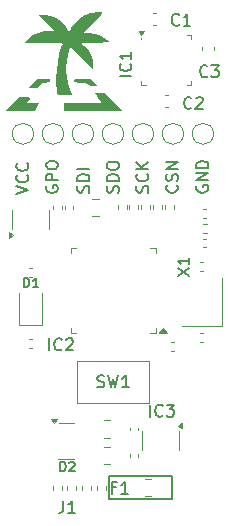
<source format=gbr>
%TF.GenerationSoftware,KiCad,Pcbnew,9.0.0+1*%
%TF.CreationDate,2025-04-22T18:14:47+02:00*%
%TF.ProjectId,ts13_dev_kit,74733133-5f64-4657-965f-6b69742e6b69,rev?*%
%TF.SameCoordinates,Original*%
%TF.FileFunction,Legend,Top*%
%TF.FilePolarity,Positive*%
%FSLAX46Y46*%
G04 Gerber Fmt 4.6, Leading zero omitted, Abs format (unit mm)*
G04 Created by KiCad (PCBNEW 9.0.0+1) date 2025-04-22 18:14:47*
%MOMM*%
%LPD*%
G01*
G04 APERTURE LIST*
%ADD10C,0.150000*%
%ADD11C,0.120000*%
%ADD12C,0.000000*%
G04 APERTURE END LIST*
D10*
X129609485Y-90208019D02*
X135016138Y-90208019D01*
X135016138Y-92201365D01*
X129609485Y-92201365D01*
X129609485Y-90208019D01*
X130422200Y-66220839D02*
X130469819Y-66077982D01*
X130469819Y-66077982D02*
X130469819Y-65839887D01*
X130469819Y-65839887D02*
X130422200Y-65744649D01*
X130422200Y-65744649D02*
X130374580Y-65697030D01*
X130374580Y-65697030D02*
X130279342Y-65649411D01*
X130279342Y-65649411D02*
X130184104Y-65649411D01*
X130184104Y-65649411D02*
X130088866Y-65697030D01*
X130088866Y-65697030D02*
X130041247Y-65744649D01*
X130041247Y-65744649D02*
X129993628Y-65839887D01*
X129993628Y-65839887D02*
X129946009Y-66030363D01*
X129946009Y-66030363D02*
X129898390Y-66125601D01*
X129898390Y-66125601D02*
X129850771Y-66173220D01*
X129850771Y-66173220D02*
X129755533Y-66220839D01*
X129755533Y-66220839D02*
X129660295Y-66220839D01*
X129660295Y-66220839D02*
X129565057Y-66173220D01*
X129565057Y-66173220D02*
X129517438Y-66125601D01*
X129517438Y-66125601D02*
X129469819Y-66030363D01*
X129469819Y-66030363D02*
X129469819Y-65792268D01*
X129469819Y-65792268D02*
X129517438Y-65649411D01*
X130469819Y-65220839D02*
X129469819Y-65220839D01*
X129469819Y-65220839D02*
X129469819Y-64982744D01*
X129469819Y-64982744D02*
X129517438Y-64839887D01*
X129517438Y-64839887D02*
X129612676Y-64744649D01*
X129612676Y-64744649D02*
X129707914Y-64697030D01*
X129707914Y-64697030D02*
X129898390Y-64649411D01*
X129898390Y-64649411D02*
X130041247Y-64649411D01*
X130041247Y-64649411D02*
X130231723Y-64697030D01*
X130231723Y-64697030D02*
X130326961Y-64744649D01*
X130326961Y-64744649D02*
X130422200Y-64839887D01*
X130422200Y-64839887D02*
X130469819Y-64982744D01*
X130469819Y-64982744D02*
X130469819Y-65220839D01*
X129469819Y-64030363D02*
X129469819Y-63839887D01*
X129469819Y-63839887D02*
X129517438Y-63744649D01*
X129517438Y-63744649D02*
X129612676Y-63649411D01*
X129612676Y-63649411D02*
X129803152Y-63601792D01*
X129803152Y-63601792D02*
X130136485Y-63601792D01*
X130136485Y-63601792D02*
X130326961Y-63649411D01*
X130326961Y-63649411D02*
X130422200Y-63744649D01*
X130422200Y-63744649D02*
X130469819Y-63839887D01*
X130469819Y-63839887D02*
X130469819Y-64030363D01*
X130469819Y-64030363D02*
X130422200Y-64125601D01*
X130422200Y-64125601D02*
X130326961Y-64220839D01*
X130326961Y-64220839D02*
X130136485Y-64268458D01*
X130136485Y-64268458D02*
X129803152Y-64268458D01*
X129803152Y-64268458D02*
X129612676Y-64220839D01*
X129612676Y-64220839D02*
X129517438Y-64125601D01*
X129517438Y-64125601D02*
X129469819Y-64030363D01*
X121814819Y-66316077D02*
X122814819Y-65982744D01*
X122814819Y-65982744D02*
X121814819Y-65649411D01*
X122719580Y-64744649D02*
X122767200Y-64792268D01*
X122767200Y-64792268D02*
X122814819Y-64935125D01*
X122814819Y-64935125D02*
X122814819Y-65030363D01*
X122814819Y-65030363D02*
X122767200Y-65173220D01*
X122767200Y-65173220D02*
X122671961Y-65268458D01*
X122671961Y-65268458D02*
X122576723Y-65316077D01*
X122576723Y-65316077D02*
X122386247Y-65363696D01*
X122386247Y-65363696D02*
X122243390Y-65363696D01*
X122243390Y-65363696D02*
X122052914Y-65316077D01*
X122052914Y-65316077D02*
X121957676Y-65268458D01*
X121957676Y-65268458D02*
X121862438Y-65173220D01*
X121862438Y-65173220D02*
X121814819Y-65030363D01*
X121814819Y-65030363D02*
X121814819Y-64935125D01*
X121814819Y-64935125D02*
X121862438Y-64792268D01*
X121862438Y-64792268D02*
X121910057Y-64744649D01*
X122719580Y-63744649D02*
X122767200Y-63792268D01*
X122767200Y-63792268D02*
X122814819Y-63935125D01*
X122814819Y-63935125D02*
X122814819Y-64030363D01*
X122814819Y-64030363D02*
X122767200Y-64173220D01*
X122767200Y-64173220D02*
X122671961Y-64268458D01*
X122671961Y-64268458D02*
X122576723Y-64316077D01*
X122576723Y-64316077D02*
X122386247Y-64363696D01*
X122386247Y-64363696D02*
X122243390Y-64363696D01*
X122243390Y-64363696D02*
X122052914Y-64316077D01*
X122052914Y-64316077D02*
X121957676Y-64268458D01*
X121957676Y-64268458D02*
X121862438Y-64173220D01*
X121862438Y-64173220D02*
X121814819Y-64030363D01*
X121814819Y-64030363D02*
X121814819Y-63935125D01*
X121814819Y-63935125D02*
X121862438Y-63792268D01*
X121862438Y-63792268D02*
X121910057Y-63744649D01*
X124377438Y-65669411D02*
X124329819Y-65764649D01*
X124329819Y-65764649D02*
X124329819Y-65907506D01*
X124329819Y-65907506D02*
X124377438Y-66050363D01*
X124377438Y-66050363D02*
X124472676Y-66145601D01*
X124472676Y-66145601D02*
X124567914Y-66193220D01*
X124567914Y-66193220D02*
X124758390Y-66240839D01*
X124758390Y-66240839D02*
X124901247Y-66240839D01*
X124901247Y-66240839D02*
X125091723Y-66193220D01*
X125091723Y-66193220D02*
X125186961Y-66145601D01*
X125186961Y-66145601D02*
X125282200Y-66050363D01*
X125282200Y-66050363D02*
X125329819Y-65907506D01*
X125329819Y-65907506D02*
X125329819Y-65812268D01*
X125329819Y-65812268D02*
X125282200Y-65669411D01*
X125282200Y-65669411D02*
X125234580Y-65621792D01*
X125234580Y-65621792D02*
X124901247Y-65621792D01*
X124901247Y-65621792D02*
X124901247Y-65812268D01*
X125329819Y-65193220D02*
X124329819Y-65193220D01*
X124329819Y-65193220D02*
X124329819Y-64812268D01*
X124329819Y-64812268D02*
X124377438Y-64717030D01*
X124377438Y-64717030D02*
X124425057Y-64669411D01*
X124425057Y-64669411D02*
X124520295Y-64621792D01*
X124520295Y-64621792D02*
X124663152Y-64621792D01*
X124663152Y-64621792D02*
X124758390Y-64669411D01*
X124758390Y-64669411D02*
X124806009Y-64717030D01*
X124806009Y-64717030D02*
X124853628Y-64812268D01*
X124853628Y-64812268D02*
X124853628Y-65193220D01*
X124329819Y-64002744D02*
X124329819Y-63812268D01*
X124329819Y-63812268D02*
X124377438Y-63717030D01*
X124377438Y-63717030D02*
X124472676Y-63621792D01*
X124472676Y-63621792D02*
X124663152Y-63574173D01*
X124663152Y-63574173D02*
X124996485Y-63574173D01*
X124996485Y-63574173D02*
X125186961Y-63621792D01*
X125186961Y-63621792D02*
X125282200Y-63717030D01*
X125282200Y-63717030D02*
X125329819Y-63812268D01*
X125329819Y-63812268D02*
X125329819Y-64002744D01*
X125329819Y-64002744D02*
X125282200Y-64097982D01*
X125282200Y-64097982D02*
X125186961Y-64193220D01*
X125186961Y-64193220D02*
X124996485Y-64240839D01*
X124996485Y-64240839D02*
X124663152Y-64240839D01*
X124663152Y-64240839D02*
X124472676Y-64193220D01*
X124472676Y-64193220D02*
X124377438Y-64097982D01*
X124377438Y-64097982D02*
X124329819Y-64002744D01*
X135374580Y-65601792D02*
X135422200Y-65649411D01*
X135422200Y-65649411D02*
X135469819Y-65792268D01*
X135469819Y-65792268D02*
X135469819Y-65887506D01*
X135469819Y-65887506D02*
X135422200Y-66030363D01*
X135422200Y-66030363D02*
X135326961Y-66125601D01*
X135326961Y-66125601D02*
X135231723Y-66173220D01*
X135231723Y-66173220D02*
X135041247Y-66220839D01*
X135041247Y-66220839D02*
X134898390Y-66220839D01*
X134898390Y-66220839D02*
X134707914Y-66173220D01*
X134707914Y-66173220D02*
X134612676Y-66125601D01*
X134612676Y-66125601D02*
X134517438Y-66030363D01*
X134517438Y-66030363D02*
X134469819Y-65887506D01*
X134469819Y-65887506D02*
X134469819Y-65792268D01*
X134469819Y-65792268D02*
X134517438Y-65649411D01*
X134517438Y-65649411D02*
X134565057Y-65601792D01*
X135422200Y-65220839D02*
X135469819Y-65077982D01*
X135469819Y-65077982D02*
X135469819Y-64839887D01*
X135469819Y-64839887D02*
X135422200Y-64744649D01*
X135422200Y-64744649D02*
X135374580Y-64697030D01*
X135374580Y-64697030D02*
X135279342Y-64649411D01*
X135279342Y-64649411D02*
X135184104Y-64649411D01*
X135184104Y-64649411D02*
X135088866Y-64697030D01*
X135088866Y-64697030D02*
X135041247Y-64744649D01*
X135041247Y-64744649D02*
X134993628Y-64839887D01*
X134993628Y-64839887D02*
X134946009Y-65030363D01*
X134946009Y-65030363D02*
X134898390Y-65125601D01*
X134898390Y-65125601D02*
X134850771Y-65173220D01*
X134850771Y-65173220D02*
X134755533Y-65220839D01*
X134755533Y-65220839D02*
X134660295Y-65220839D01*
X134660295Y-65220839D02*
X134565057Y-65173220D01*
X134565057Y-65173220D02*
X134517438Y-65125601D01*
X134517438Y-65125601D02*
X134469819Y-65030363D01*
X134469819Y-65030363D02*
X134469819Y-64792268D01*
X134469819Y-64792268D02*
X134517438Y-64649411D01*
X135469819Y-64220839D02*
X134469819Y-64220839D01*
X134469819Y-64220839D02*
X135469819Y-63649411D01*
X135469819Y-63649411D02*
X134469819Y-63649411D01*
X132922200Y-66220839D02*
X132969819Y-66077982D01*
X132969819Y-66077982D02*
X132969819Y-65839887D01*
X132969819Y-65839887D02*
X132922200Y-65744649D01*
X132922200Y-65744649D02*
X132874580Y-65697030D01*
X132874580Y-65697030D02*
X132779342Y-65649411D01*
X132779342Y-65649411D02*
X132684104Y-65649411D01*
X132684104Y-65649411D02*
X132588866Y-65697030D01*
X132588866Y-65697030D02*
X132541247Y-65744649D01*
X132541247Y-65744649D02*
X132493628Y-65839887D01*
X132493628Y-65839887D02*
X132446009Y-66030363D01*
X132446009Y-66030363D02*
X132398390Y-66125601D01*
X132398390Y-66125601D02*
X132350771Y-66173220D01*
X132350771Y-66173220D02*
X132255533Y-66220839D01*
X132255533Y-66220839D02*
X132160295Y-66220839D01*
X132160295Y-66220839D02*
X132065057Y-66173220D01*
X132065057Y-66173220D02*
X132017438Y-66125601D01*
X132017438Y-66125601D02*
X131969819Y-66030363D01*
X131969819Y-66030363D02*
X131969819Y-65792268D01*
X131969819Y-65792268D02*
X132017438Y-65649411D01*
X132874580Y-64649411D02*
X132922200Y-64697030D01*
X132922200Y-64697030D02*
X132969819Y-64839887D01*
X132969819Y-64839887D02*
X132969819Y-64935125D01*
X132969819Y-64935125D02*
X132922200Y-65077982D01*
X132922200Y-65077982D02*
X132826961Y-65173220D01*
X132826961Y-65173220D02*
X132731723Y-65220839D01*
X132731723Y-65220839D02*
X132541247Y-65268458D01*
X132541247Y-65268458D02*
X132398390Y-65268458D01*
X132398390Y-65268458D02*
X132207914Y-65220839D01*
X132207914Y-65220839D02*
X132112676Y-65173220D01*
X132112676Y-65173220D02*
X132017438Y-65077982D01*
X132017438Y-65077982D02*
X131969819Y-64935125D01*
X131969819Y-64935125D02*
X131969819Y-64839887D01*
X131969819Y-64839887D02*
X132017438Y-64697030D01*
X132017438Y-64697030D02*
X132065057Y-64649411D01*
X132969819Y-64220839D02*
X131969819Y-64220839D01*
X132969819Y-63649411D02*
X132398390Y-64077982D01*
X131969819Y-63649411D02*
X132541247Y-64220839D01*
X127922200Y-66220839D02*
X127969819Y-66077982D01*
X127969819Y-66077982D02*
X127969819Y-65839887D01*
X127969819Y-65839887D02*
X127922200Y-65744649D01*
X127922200Y-65744649D02*
X127874580Y-65697030D01*
X127874580Y-65697030D02*
X127779342Y-65649411D01*
X127779342Y-65649411D02*
X127684104Y-65649411D01*
X127684104Y-65649411D02*
X127588866Y-65697030D01*
X127588866Y-65697030D02*
X127541247Y-65744649D01*
X127541247Y-65744649D02*
X127493628Y-65839887D01*
X127493628Y-65839887D02*
X127446009Y-66030363D01*
X127446009Y-66030363D02*
X127398390Y-66125601D01*
X127398390Y-66125601D02*
X127350771Y-66173220D01*
X127350771Y-66173220D02*
X127255533Y-66220839D01*
X127255533Y-66220839D02*
X127160295Y-66220839D01*
X127160295Y-66220839D02*
X127065057Y-66173220D01*
X127065057Y-66173220D02*
X127017438Y-66125601D01*
X127017438Y-66125601D02*
X126969819Y-66030363D01*
X126969819Y-66030363D02*
X126969819Y-65792268D01*
X126969819Y-65792268D02*
X127017438Y-65649411D01*
X127969819Y-65220839D02*
X126969819Y-65220839D01*
X126969819Y-65220839D02*
X126969819Y-64982744D01*
X126969819Y-64982744D02*
X127017438Y-64839887D01*
X127017438Y-64839887D02*
X127112676Y-64744649D01*
X127112676Y-64744649D02*
X127207914Y-64697030D01*
X127207914Y-64697030D02*
X127398390Y-64649411D01*
X127398390Y-64649411D02*
X127541247Y-64649411D01*
X127541247Y-64649411D02*
X127731723Y-64697030D01*
X127731723Y-64697030D02*
X127826961Y-64744649D01*
X127826961Y-64744649D02*
X127922200Y-64839887D01*
X127922200Y-64839887D02*
X127969819Y-64982744D01*
X127969819Y-64982744D02*
X127969819Y-65220839D01*
X127969819Y-64220839D02*
X126969819Y-64220839D01*
X137102438Y-65649411D02*
X137054819Y-65744649D01*
X137054819Y-65744649D02*
X137054819Y-65887506D01*
X137054819Y-65887506D02*
X137102438Y-66030363D01*
X137102438Y-66030363D02*
X137197676Y-66125601D01*
X137197676Y-66125601D02*
X137292914Y-66173220D01*
X137292914Y-66173220D02*
X137483390Y-66220839D01*
X137483390Y-66220839D02*
X137626247Y-66220839D01*
X137626247Y-66220839D02*
X137816723Y-66173220D01*
X137816723Y-66173220D02*
X137911961Y-66125601D01*
X137911961Y-66125601D02*
X138007200Y-66030363D01*
X138007200Y-66030363D02*
X138054819Y-65887506D01*
X138054819Y-65887506D02*
X138054819Y-65792268D01*
X138054819Y-65792268D02*
X138007200Y-65649411D01*
X138007200Y-65649411D02*
X137959580Y-65601792D01*
X137959580Y-65601792D02*
X137626247Y-65601792D01*
X137626247Y-65601792D02*
X137626247Y-65792268D01*
X138054819Y-65173220D02*
X137054819Y-65173220D01*
X137054819Y-65173220D02*
X138054819Y-64601792D01*
X138054819Y-64601792D02*
X137054819Y-64601792D01*
X138054819Y-64125601D02*
X137054819Y-64125601D01*
X137054819Y-64125601D02*
X137054819Y-63887506D01*
X137054819Y-63887506D02*
X137102438Y-63744649D01*
X137102438Y-63744649D02*
X137197676Y-63649411D01*
X137197676Y-63649411D02*
X137292914Y-63601792D01*
X137292914Y-63601792D02*
X137483390Y-63554173D01*
X137483390Y-63554173D02*
X137626247Y-63554173D01*
X137626247Y-63554173D02*
X137816723Y-63601792D01*
X137816723Y-63601792D02*
X137911961Y-63649411D01*
X137911961Y-63649411D02*
X138007200Y-63744649D01*
X138007200Y-63744649D02*
X138054819Y-63887506D01*
X138054819Y-63887506D02*
X138054819Y-64125601D01*
X136629808Y-59036594D02*
X136582189Y-59084214D01*
X136582189Y-59084214D02*
X136439332Y-59131833D01*
X136439332Y-59131833D02*
X136344094Y-59131833D01*
X136344094Y-59131833D02*
X136201237Y-59084214D01*
X136201237Y-59084214D02*
X136105999Y-58988975D01*
X136105999Y-58988975D02*
X136058380Y-58893737D01*
X136058380Y-58893737D02*
X136010761Y-58703261D01*
X136010761Y-58703261D02*
X136010761Y-58560404D01*
X136010761Y-58560404D02*
X136058380Y-58369928D01*
X136058380Y-58369928D02*
X136105999Y-58274690D01*
X136105999Y-58274690D02*
X136201237Y-58179452D01*
X136201237Y-58179452D02*
X136344094Y-58131833D01*
X136344094Y-58131833D02*
X136439332Y-58131833D01*
X136439332Y-58131833D02*
X136582189Y-58179452D01*
X136582189Y-58179452D02*
X136629808Y-58227071D01*
X137010761Y-58227071D02*
X137058380Y-58179452D01*
X137058380Y-58179452D02*
X137153618Y-58131833D01*
X137153618Y-58131833D02*
X137391713Y-58131833D01*
X137391713Y-58131833D02*
X137486951Y-58179452D01*
X137486951Y-58179452D02*
X137534570Y-58227071D01*
X137534570Y-58227071D02*
X137582189Y-58322309D01*
X137582189Y-58322309D02*
X137582189Y-58417547D01*
X137582189Y-58417547D02*
X137534570Y-58560404D01*
X137534570Y-58560404D02*
X136963142Y-59131833D01*
X136963142Y-59131833D02*
X137582189Y-59131833D01*
X125786666Y-92314819D02*
X125786666Y-93029104D01*
X125786666Y-93029104D02*
X125739047Y-93171961D01*
X125739047Y-93171961D02*
X125643809Y-93267200D01*
X125643809Y-93267200D02*
X125500952Y-93314819D01*
X125500952Y-93314819D02*
X125405714Y-93314819D01*
X126786666Y-93314819D02*
X126215238Y-93314819D01*
X126500952Y-93314819D02*
X126500952Y-92314819D01*
X126500952Y-92314819D02*
X126405714Y-92457676D01*
X126405714Y-92457676D02*
X126310476Y-92552914D01*
X126310476Y-92552914D02*
X126215238Y-92600533D01*
X133143810Y-85184819D02*
X133143810Y-84184819D01*
X134191428Y-85089580D02*
X134143809Y-85137200D01*
X134143809Y-85137200D02*
X134000952Y-85184819D01*
X134000952Y-85184819D02*
X133905714Y-85184819D01*
X133905714Y-85184819D02*
X133762857Y-85137200D01*
X133762857Y-85137200D02*
X133667619Y-85041961D01*
X133667619Y-85041961D02*
X133620000Y-84946723D01*
X133620000Y-84946723D02*
X133572381Y-84756247D01*
X133572381Y-84756247D02*
X133572381Y-84613390D01*
X133572381Y-84613390D02*
X133620000Y-84422914D01*
X133620000Y-84422914D02*
X133667619Y-84327676D01*
X133667619Y-84327676D02*
X133762857Y-84232438D01*
X133762857Y-84232438D02*
X133905714Y-84184819D01*
X133905714Y-84184819D02*
X134000952Y-84184819D01*
X134000952Y-84184819D02*
X134143809Y-84232438D01*
X134143809Y-84232438D02*
X134191428Y-84280057D01*
X134524762Y-84184819D02*
X135143809Y-84184819D01*
X135143809Y-84184819D02*
X134810476Y-84565771D01*
X134810476Y-84565771D02*
X134953333Y-84565771D01*
X134953333Y-84565771D02*
X135048571Y-84613390D01*
X135048571Y-84613390D02*
X135096190Y-84661009D01*
X135096190Y-84661009D02*
X135143809Y-84756247D01*
X135143809Y-84756247D02*
X135143809Y-84994342D01*
X135143809Y-84994342D02*
X135096190Y-85089580D01*
X135096190Y-85089580D02*
X135048571Y-85137200D01*
X135048571Y-85137200D02*
X134953333Y-85184819D01*
X134953333Y-85184819D02*
X134667619Y-85184819D01*
X134667619Y-85184819D02*
X134572381Y-85137200D01*
X134572381Y-85137200D02*
X134524762Y-85089580D01*
X128666667Y-82657200D02*
X128809524Y-82704819D01*
X128809524Y-82704819D02*
X129047619Y-82704819D01*
X129047619Y-82704819D02*
X129142857Y-82657200D01*
X129142857Y-82657200D02*
X129190476Y-82609580D01*
X129190476Y-82609580D02*
X129238095Y-82514342D01*
X129238095Y-82514342D02*
X129238095Y-82419104D01*
X129238095Y-82419104D02*
X129190476Y-82323866D01*
X129190476Y-82323866D02*
X129142857Y-82276247D01*
X129142857Y-82276247D02*
X129047619Y-82228628D01*
X129047619Y-82228628D02*
X128857143Y-82181009D01*
X128857143Y-82181009D02*
X128761905Y-82133390D01*
X128761905Y-82133390D02*
X128714286Y-82085771D01*
X128714286Y-82085771D02*
X128666667Y-81990533D01*
X128666667Y-81990533D02*
X128666667Y-81895295D01*
X128666667Y-81895295D02*
X128714286Y-81800057D01*
X128714286Y-81800057D02*
X128761905Y-81752438D01*
X128761905Y-81752438D02*
X128857143Y-81704819D01*
X128857143Y-81704819D02*
X129095238Y-81704819D01*
X129095238Y-81704819D02*
X129238095Y-81752438D01*
X129571429Y-81704819D02*
X129809524Y-82704819D01*
X129809524Y-82704819D02*
X130000000Y-81990533D01*
X130000000Y-81990533D02*
X130190476Y-82704819D01*
X130190476Y-82704819D02*
X130428572Y-81704819D01*
X131333333Y-82704819D02*
X130761905Y-82704819D01*
X131047619Y-82704819D02*
X131047619Y-81704819D01*
X131047619Y-81704819D02*
X130952381Y-81847676D01*
X130952381Y-81847676D02*
X130857143Y-81942914D01*
X130857143Y-81942914D02*
X130761905Y-81990533D01*
X131544819Y-56346189D02*
X130544819Y-56346189D01*
X131449580Y-55298571D02*
X131497200Y-55346190D01*
X131497200Y-55346190D02*
X131544819Y-55489047D01*
X131544819Y-55489047D02*
X131544819Y-55584285D01*
X131544819Y-55584285D02*
X131497200Y-55727142D01*
X131497200Y-55727142D02*
X131401961Y-55822380D01*
X131401961Y-55822380D02*
X131306723Y-55869999D01*
X131306723Y-55869999D02*
X131116247Y-55917618D01*
X131116247Y-55917618D02*
X130973390Y-55917618D01*
X130973390Y-55917618D02*
X130782914Y-55869999D01*
X130782914Y-55869999D02*
X130687676Y-55822380D01*
X130687676Y-55822380D02*
X130592438Y-55727142D01*
X130592438Y-55727142D02*
X130544819Y-55584285D01*
X130544819Y-55584285D02*
X130544819Y-55489047D01*
X130544819Y-55489047D02*
X130592438Y-55346190D01*
X130592438Y-55346190D02*
X130640057Y-55298571D01*
X131544819Y-54346190D02*
X131544819Y-54917618D01*
X131544819Y-54631904D02*
X130544819Y-54631904D01*
X130544819Y-54631904D02*
X130687676Y-54727142D01*
X130687676Y-54727142D02*
X130782914Y-54822380D01*
X130782914Y-54822380D02*
X130830533Y-54917618D01*
X135454819Y-73309523D02*
X136454819Y-72642857D01*
X135454819Y-72642857D02*
X136454819Y-73309523D01*
X136454819Y-71738095D02*
X136454819Y-72309523D01*
X136454819Y-72023809D02*
X135454819Y-72023809D01*
X135454819Y-72023809D02*
X135597676Y-72119047D01*
X135597676Y-72119047D02*
X135692914Y-72214285D01*
X135692914Y-72214285D02*
X135740533Y-72309523D01*
X122441298Y-74239170D02*
X122441298Y-73439170D01*
X122441298Y-73439170D02*
X122631774Y-73439170D01*
X122631774Y-73439170D02*
X122746060Y-73477265D01*
X122746060Y-73477265D02*
X122822250Y-73553455D01*
X122822250Y-73553455D02*
X122860345Y-73629646D01*
X122860345Y-73629646D02*
X122898441Y-73782027D01*
X122898441Y-73782027D02*
X122898441Y-73896313D01*
X122898441Y-73896313D02*
X122860345Y-74048694D01*
X122860345Y-74048694D02*
X122822250Y-74124884D01*
X122822250Y-74124884D02*
X122746060Y-74201075D01*
X122746060Y-74201075D02*
X122631774Y-74239170D01*
X122631774Y-74239170D02*
X122441298Y-74239170D01*
X123660345Y-74239170D02*
X123203202Y-74239170D01*
X123431774Y-74239170D02*
X123431774Y-73439170D01*
X123431774Y-73439170D02*
X123355583Y-73553455D01*
X123355583Y-73553455D02*
X123279393Y-73629646D01*
X123279393Y-73629646D02*
X123203202Y-73667741D01*
X135582923Y-51991346D02*
X135535304Y-52038966D01*
X135535304Y-52038966D02*
X135392447Y-52086585D01*
X135392447Y-52086585D02*
X135297209Y-52086585D01*
X135297209Y-52086585D02*
X135154352Y-52038966D01*
X135154352Y-52038966D02*
X135059114Y-51943727D01*
X135059114Y-51943727D02*
X135011495Y-51848489D01*
X135011495Y-51848489D02*
X134963876Y-51658013D01*
X134963876Y-51658013D02*
X134963876Y-51515156D01*
X134963876Y-51515156D02*
X135011495Y-51324680D01*
X135011495Y-51324680D02*
X135059114Y-51229442D01*
X135059114Y-51229442D02*
X135154352Y-51134204D01*
X135154352Y-51134204D02*
X135297209Y-51086585D01*
X135297209Y-51086585D02*
X135392447Y-51086585D01*
X135392447Y-51086585D02*
X135535304Y-51134204D01*
X135535304Y-51134204D02*
X135582923Y-51181823D01*
X136535304Y-52086585D02*
X135963876Y-52086585D01*
X136249590Y-52086585D02*
X136249590Y-51086585D01*
X136249590Y-51086585D02*
X136154352Y-51229442D01*
X136154352Y-51229442D02*
X136059114Y-51324680D01*
X136059114Y-51324680D02*
X135963876Y-51372299D01*
X137973780Y-56348648D02*
X137926161Y-56396268D01*
X137926161Y-56396268D02*
X137783304Y-56443887D01*
X137783304Y-56443887D02*
X137688066Y-56443887D01*
X137688066Y-56443887D02*
X137545209Y-56396268D01*
X137545209Y-56396268D02*
X137449971Y-56301029D01*
X137449971Y-56301029D02*
X137402352Y-56205791D01*
X137402352Y-56205791D02*
X137354733Y-56015315D01*
X137354733Y-56015315D02*
X137354733Y-55872458D01*
X137354733Y-55872458D02*
X137402352Y-55681982D01*
X137402352Y-55681982D02*
X137449971Y-55586744D01*
X137449971Y-55586744D02*
X137545209Y-55491506D01*
X137545209Y-55491506D02*
X137688066Y-55443887D01*
X137688066Y-55443887D02*
X137783304Y-55443887D01*
X137783304Y-55443887D02*
X137926161Y-55491506D01*
X137926161Y-55491506D02*
X137973780Y-55539125D01*
X138307114Y-55443887D02*
X138926161Y-55443887D01*
X138926161Y-55443887D02*
X138592828Y-55824839D01*
X138592828Y-55824839D02*
X138735685Y-55824839D01*
X138735685Y-55824839D02*
X138830923Y-55872458D01*
X138830923Y-55872458D02*
X138878542Y-55920077D01*
X138878542Y-55920077D02*
X138926161Y-56015315D01*
X138926161Y-56015315D02*
X138926161Y-56253410D01*
X138926161Y-56253410D02*
X138878542Y-56348648D01*
X138878542Y-56348648D02*
X138830923Y-56396268D01*
X138830923Y-56396268D02*
X138735685Y-56443887D01*
X138735685Y-56443887D02*
X138449971Y-56443887D01*
X138449971Y-56443887D02*
X138354733Y-56396268D01*
X138354733Y-56396268D02*
X138307114Y-56348648D01*
X124583810Y-79574819D02*
X124583810Y-78574819D01*
X125631428Y-79479580D02*
X125583809Y-79527200D01*
X125583809Y-79527200D02*
X125440952Y-79574819D01*
X125440952Y-79574819D02*
X125345714Y-79574819D01*
X125345714Y-79574819D02*
X125202857Y-79527200D01*
X125202857Y-79527200D02*
X125107619Y-79431961D01*
X125107619Y-79431961D02*
X125060000Y-79336723D01*
X125060000Y-79336723D02*
X125012381Y-79146247D01*
X125012381Y-79146247D02*
X125012381Y-79003390D01*
X125012381Y-79003390D02*
X125060000Y-78812914D01*
X125060000Y-78812914D02*
X125107619Y-78717676D01*
X125107619Y-78717676D02*
X125202857Y-78622438D01*
X125202857Y-78622438D02*
X125345714Y-78574819D01*
X125345714Y-78574819D02*
X125440952Y-78574819D01*
X125440952Y-78574819D02*
X125583809Y-78622438D01*
X125583809Y-78622438D02*
X125631428Y-78670057D01*
X126012381Y-78670057D02*
X126060000Y-78622438D01*
X126060000Y-78622438D02*
X126155238Y-78574819D01*
X126155238Y-78574819D02*
X126393333Y-78574819D01*
X126393333Y-78574819D02*
X126488571Y-78622438D01*
X126488571Y-78622438D02*
X126536190Y-78670057D01*
X126536190Y-78670057D02*
X126583809Y-78765295D01*
X126583809Y-78765295D02*
X126583809Y-78860533D01*
X126583809Y-78860533D02*
X126536190Y-79003390D01*
X126536190Y-79003390D02*
X125964762Y-79574819D01*
X125964762Y-79574819D02*
X126583809Y-79574819D01*
X130205957Y-91177070D02*
X129872624Y-91177070D01*
X129872624Y-91700880D02*
X129872624Y-90700880D01*
X129872624Y-90700880D02*
X130348814Y-90700880D01*
X131253576Y-91700880D02*
X130682148Y-91700880D01*
X130967862Y-91700880D02*
X130967862Y-90700880D01*
X130967862Y-90700880D02*
X130872624Y-90843737D01*
X130872624Y-90843737D02*
X130777386Y-90938975D01*
X130777386Y-90938975D02*
X130682148Y-90986594D01*
X125539524Y-89822295D02*
X125539524Y-89022295D01*
X125539524Y-89022295D02*
X125730000Y-89022295D01*
X125730000Y-89022295D02*
X125844286Y-89060390D01*
X125844286Y-89060390D02*
X125920476Y-89136580D01*
X125920476Y-89136580D02*
X125958571Y-89212771D01*
X125958571Y-89212771D02*
X125996667Y-89365152D01*
X125996667Y-89365152D02*
X125996667Y-89479438D01*
X125996667Y-89479438D02*
X125958571Y-89631819D01*
X125958571Y-89631819D02*
X125920476Y-89708009D01*
X125920476Y-89708009D02*
X125844286Y-89784200D01*
X125844286Y-89784200D02*
X125730000Y-89822295D01*
X125730000Y-89822295D02*
X125539524Y-89822295D01*
X126301428Y-89098485D02*
X126339524Y-89060390D01*
X126339524Y-89060390D02*
X126415714Y-89022295D01*
X126415714Y-89022295D02*
X126606190Y-89022295D01*
X126606190Y-89022295D02*
X126682381Y-89060390D01*
X126682381Y-89060390D02*
X126720476Y-89098485D01*
X126720476Y-89098485D02*
X126758571Y-89174676D01*
X126758571Y-89174676D02*
X126758571Y-89250866D01*
X126758571Y-89250866D02*
X126720476Y-89365152D01*
X126720476Y-89365152D02*
X126263333Y-89822295D01*
X126263333Y-89822295D02*
X126758571Y-89822295D01*
D11*
%TO.C,R7*%
X134370000Y-67296359D02*
X134370000Y-67603641D01*
X135130000Y-67296359D02*
X135130000Y-67603641D01*
%TO.C,R3*%
X131370000Y-67296359D02*
X131370000Y-67603641D01*
X132130000Y-67296359D02*
X132130000Y-67603641D01*
%TO.C,R5*%
X133370000Y-67296359D02*
X133370000Y-67603641D01*
X134130000Y-67296359D02*
X134130000Y-67603641D01*
%TO.C,R2*%
X130370000Y-67296359D02*
X130370000Y-67603641D01*
X131130000Y-67296359D02*
X131130000Y-67603641D01*
%TO.C,R4*%
X132370000Y-67296359D02*
X132370000Y-67603641D01*
X133130000Y-67296359D02*
X133130000Y-67603641D01*
%TO.C,C14*%
X128238748Y-66765000D02*
X128761252Y-66765000D01*
X128238748Y-68235000D02*
X128761252Y-68235000D01*
%TO.C,C2*%
X134359420Y-57990000D02*
X134640580Y-57990000D01*
X134359420Y-59010000D02*
X134640580Y-59010000D01*
%TO.C,C13*%
X125890000Y-67392164D02*
X125890000Y-67607836D01*
X126610000Y-67392164D02*
X126610000Y-67607836D01*
%TO.C,IC3*%
X132440000Y-87250000D02*
X132440000Y-86450000D01*
X132440000Y-87250000D02*
X132440000Y-88050000D01*
X135560000Y-87250000D02*
X135560000Y-86450000D01*
X135560000Y-87250000D02*
X135560000Y-88050000D01*
X135840000Y-86190000D02*
X135510000Y-85950000D01*
X135840000Y-85710000D01*
X135840000Y-86190000D01*
G36*
X135840000Y-86190000D02*
G01*
X135510000Y-85950000D01*
X135840000Y-85710000D01*
X135840000Y-86190000D01*
G37*
%TO.C,PAD3*%
X125800000Y-61250000D02*
G75*
G02*
X124000000Y-61250000I-900000J0D01*
G01*
X124000000Y-61250000D02*
G75*
G02*
X125800000Y-61250000I900000J0D01*
G01*
%TO.C,R1*%
X137596359Y-68870000D02*
X137903641Y-68870000D01*
X137596359Y-69630000D02*
X137903641Y-69630000D01*
%TO.C,PAD4*%
X135960000Y-61250000D02*
G75*
G02*
X134160000Y-61250000I-900000J0D01*
G01*
X134160000Y-61250000D02*
G75*
G02*
X135960000Y-61250000I900000J0D01*
G01*
%TO.C,SW1*%
X126940000Y-80440000D02*
X133060000Y-80440000D01*
X126940000Y-84060000D02*
X126940000Y-80440000D01*
X133060000Y-80440000D02*
X133060000Y-84060000D01*
X133060000Y-84060000D02*
X126940000Y-84060000D01*
%TO.C,PAD6*%
X130880000Y-61250000D02*
G75*
G02*
X129080000Y-61250000I-900000J0D01*
G01*
X129080000Y-61250000D02*
G75*
G02*
X130880000Y-61250000I900000J0D01*
G01*
%TO.C,C9*%
X135107836Y-78890000D02*
X134892164Y-78890000D01*
X135107836Y-79610000D02*
X134892164Y-79610000D01*
%TO.C,IC1*%
X132390000Y-53240000D02*
X132390000Y-53130000D01*
X132390000Y-57110000D02*
X132390000Y-56760000D01*
X132740000Y-57110000D02*
X132390000Y-57110000D01*
X136260000Y-52890000D02*
X136610000Y-52890000D01*
X136260000Y-57110000D02*
X136610000Y-57110000D01*
X136610000Y-52890000D02*
X136610000Y-53240000D01*
X136610000Y-57110000D02*
X136610000Y-56760000D01*
X132390000Y-52890000D02*
X132150000Y-52560000D01*
X132630000Y-52560000D01*
X132390000Y-52890000D01*
G36*
X132390000Y-52890000D02*
G01*
X132150000Y-52560000D01*
X132630000Y-52560000D01*
X132390000Y-52890000D01*
G37*
%TO.C,X1*%
X135790000Y-77560000D02*
X139210000Y-77560000D01*
X139210000Y-77560000D02*
X139210000Y-73440000D01*
%TO.C,C5*%
X131390000Y-88392164D02*
X131390000Y-88607836D01*
X132110000Y-88392164D02*
X132110000Y-88607836D01*
%TO.C,D1*%
X122040000Y-74750000D02*
X122040000Y-77435000D01*
X122040000Y-77435000D02*
X123960000Y-77435000D01*
X123960000Y-77435000D02*
X123960000Y-74750000D01*
%TO.C,R13*%
X122846359Y-72620000D02*
X123153641Y-72620000D01*
X122846359Y-73380000D02*
X123153641Y-73380000D01*
%TO.C,C1*%
X133640580Y-50990000D02*
X133359420Y-50990000D01*
X133640580Y-52010000D02*
X133359420Y-52010000D01*
%TO.C,PAD2*%
X138500000Y-61250000D02*
G75*
G02*
X136700000Y-61250000I-900000J0D01*
G01*
X136700000Y-61250000D02*
G75*
G02*
X138500000Y-61250000I900000J0D01*
G01*
%TO.C,C3*%
X137490000Y-54140580D02*
X137490000Y-53859420D01*
X138510000Y-54140580D02*
X138510000Y-53859420D01*
%TO.C,C11*%
X137607836Y-78140000D02*
X137392164Y-78140000D01*
X137607836Y-78860000D02*
X137392164Y-78860000D01*
%TO.C,IC2*%
X126390000Y-70890000D02*
X126390000Y-71340000D01*
X126390000Y-78110000D02*
X126390000Y-77660000D01*
X126840000Y-70890000D02*
X126390000Y-70890000D01*
X126840000Y-78110000D02*
X126390000Y-78110000D01*
X133160000Y-70890000D02*
X133610000Y-70890000D01*
X133160000Y-78110000D02*
X133610000Y-78110000D01*
X133610000Y-70890000D02*
X133610000Y-71340000D01*
X133610000Y-78110000D02*
X133610000Y-77660000D01*
X134540000Y-78130000D02*
X133860000Y-78130000D01*
X134200000Y-77660000D01*
X134540000Y-78130000D01*
G36*
X134540000Y-78130000D02*
G01*
X133860000Y-78130000D01*
X134200000Y-77660000D01*
X134540000Y-78130000D01*
G37*
%TO.C,R12*%
X124870000Y-67653641D02*
X124870000Y-67346359D01*
X125630000Y-67653641D02*
X125630000Y-67346359D01*
%TO.C,F1*%
X132732420Y-90473019D02*
X133186548Y-90473019D01*
X132732420Y-91943019D02*
X133186548Y-91943019D01*
%TO.C,C4*%
X129761252Y-87765000D02*
X129238748Y-87765000D01*
X129761252Y-89235000D02*
X129238748Y-89235000D01*
%TO.C,PAD1*%
X123260000Y-61250000D02*
G75*
G02*
X121460000Y-61250000I-900000J0D01*
G01*
X121460000Y-61250000D02*
G75*
G02*
X123260000Y-61250000I900000J0D01*
G01*
%TO.C,IC4*%
X121440000Y-68500000D02*
X121440000Y-67700000D01*
X121440000Y-68500000D02*
X121440000Y-69300000D01*
X124560000Y-68500000D02*
X124560000Y-67700000D01*
X124560000Y-68500000D02*
X124560000Y-69300000D01*
X121490000Y-69800000D02*
X121160000Y-70040000D01*
X121160000Y-69560000D01*
X121490000Y-69800000D01*
G36*
X121490000Y-69800000D02*
G01*
X121160000Y-70040000D01*
X121160000Y-69560000D01*
X121490000Y-69800000D01*
G37*
%TO.C,R10*%
X126120000Y-91403641D02*
X126120000Y-91096359D01*
X126880000Y-91403641D02*
X126880000Y-91096359D01*
%TO.C,PAD7*%
X128340000Y-61250000D02*
G75*
G02*
X126540000Y-61250000I-900000J0D01*
G01*
X126540000Y-61250000D02*
G75*
G02*
X128340000Y-61250000I900000J0D01*
G01*
%TO.C,C12*%
X137392164Y-72140000D02*
X137607836Y-72140000D01*
X137392164Y-72860000D02*
X137607836Y-72860000D01*
%TO.C,R11*%
X127370000Y-91096359D02*
X127370000Y-91403641D01*
X128130000Y-91096359D02*
X128130000Y-91403641D01*
%TO.C,C10*%
X137642164Y-70140000D02*
X137857836Y-70140000D01*
X137642164Y-70860000D02*
X137857836Y-70860000D01*
%TO.C,C8*%
X137857836Y-67640000D02*
X137642164Y-67640000D01*
X137857836Y-68360000D02*
X137642164Y-68360000D01*
%TO.C,PAD5*%
X133420000Y-61250000D02*
G75*
G02*
X131620000Y-61250000I-900000J0D01*
G01*
X131620000Y-61250000D02*
G75*
G02*
X133420000Y-61250000I900000J0D01*
G01*
%TO.C,C7*%
X129761252Y-85515000D02*
X129238748Y-85515000D01*
X129761252Y-86985000D02*
X129238748Y-86985000D01*
D12*
%TO.C,G1*%
G36*
X122740185Y-58124715D02*
G01*
X122901217Y-58145043D01*
X122964583Y-58173597D01*
X122964621Y-58174346D01*
X122927102Y-58261932D01*
X122836379Y-58394724D01*
X122831984Y-58400342D01*
X122740309Y-58527846D01*
X122699481Y-58606301D01*
X122699347Y-58608241D01*
X122760260Y-58626998D01*
X122921412Y-58640882D01*
X123150426Y-58647342D01*
X123197854Y-58647519D01*
X123696360Y-58647519D01*
X123360298Y-59310705D01*
X120878353Y-59310705D01*
X121472454Y-58713838D01*
X122066556Y-58116971D01*
X122515589Y-58116971D01*
X122740185Y-58124715D01*
G37*
G36*
X124404938Y-56593115D02*
G01*
X124563605Y-56602362D01*
X124637493Y-56626641D01*
X124650530Y-56673204D01*
X124629754Y-56740861D01*
X124572314Y-56834024D01*
X124462700Y-56884346D01*
X124262416Y-56908537D01*
X124240304Y-56909904D01*
X124028484Y-56933162D01*
X123895423Y-56989195D01*
X123787359Y-57105233D01*
X123750188Y-57158146D01*
X123654110Y-57286026D01*
X123559114Y-57354384D01*
X123420339Y-57381842D01*
X123198812Y-57387014D01*
X122802977Y-57387467D01*
X123196736Y-56989556D01*
X123590496Y-56591645D01*
X124137562Y-56591645D01*
X124404938Y-56593115D01*
G37*
G36*
X128390022Y-56888541D02*
G01*
X128701175Y-57185437D01*
X128322177Y-57186974D01*
X128094153Y-57179425D01*
X127961152Y-57147276D01*
X127886284Y-57079781D01*
X127872193Y-57055875D01*
X127819473Y-56988143D01*
X127730543Y-56948067D01*
X127574611Y-56928748D01*
X127320885Y-56923289D01*
X127280088Y-56923237D01*
X126992217Y-56915695D01*
X126812467Y-56885864D01*
X126716821Y-56822937D01*
X126681260Y-56716107D01*
X126678460Y-56652539D01*
X126740213Y-56627606D01*
X126907261Y-56607611D01*
X127152287Y-56594930D01*
X127378665Y-56591645D01*
X128078870Y-56591645D01*
X128390022Y-56888541D01*
G37*
G36*
X130055111Y-58547305D02*
G01*
X130823368Y-59309231D01*
X128319843Y-59309968D01*
X125816319Y-59310705D01*
X125816319Y-58647519D01*
X127407964Y-58647519D01*
X127851578Y-58645358D01*
X128247596Y-58639288D01*
X128577893Y-58629926D01*
X128824348Y-58617893D01*
X128968837Y-58603806D01*
X128999608Y-58593178D01*
X128962607Y-58515989D01*
X128865747Y-58366606D01*
X128734334Y-58183290D01*
X128600409Y-58000872D01*
X128505054Y-57865424D01*
X128469060Y-57806560D01*
X128529415Y-57795519D01*
X128686645Y-57787856D01*
X128877957Y-57785378D01*
X129286854Y-57785378D01*
X130055111Y-58547305D01*
G37*
G36*
X129009735Y-50966623D02*
G01*
X129119784Y-50984181D01*
X129132245Y-50995274D01*
X129087568Y-51058479D01*
X128963595Y-51198711D01*
X128775410Y-51399807D01*
X128538101Y-51645602D01*
X128304539Y-51882106D01*
X127476833Y-52712010D01*
X127989526Y-52715429D01*
X128533395Y-52776751D01*
X129011472Y-52952714D01*
X129422517Y-53242842D01*
X129463838Y-53281950D01*
X129695953Y-53507833D01*
X128435901Y-53540992D01*
X128000000Y-53552887D01*
X127682103Y-53563613D01*
X127467619Y-53575189D01*
X127341952Y-53589633D01*
X127290509Y-53608965D01*
X127298697Y-53635201D01*
X127351922Y-53670361D01*
X127381539Y-53686821D01*
X127686800Y-53916154D01*
X127950017Y-54230729D01*
X128154819Y-54597620D01*
X128284837Y-54983900D01*
X128323703Y-55356644D01*
X128301696Y-55537688D01*
X128255797Y-55746665D01*
X126361247Y-53855495D01*
X126257652Y-54212212D01*
X126084779Y-54991314D01*
X126030467Y-55745745D01*
X126096054Y-56494806D01*
X126282874Y-57257795D01*
X126510752Y-57868277D01*
X126522541Y-57921952D01*
X126487990Y-57956007D01*
X126384928Y-57974829D01*
X126191182Y-57982804D01*
X125924155Y-57984334D01*
X125288297Y-57984334D01*
X125237295Y-57801958D01*
X125219541Y-57672190D01*
X125205214Y-57438672D01*
X125195435Y-57130272D01*
X125191326Y-56775859D01*
X125191536Y-56624804D01*
X125218365Y-55847548D01*
X125294269Y-55160162D01*
X125425569Y-54526961D01*
X125618585Y-53912258D01*
X125717126Y-53657049D01*
X125724335Y-53621134D01*
X125703342Y-53593480D01*
X125639375Y-53573015D01*
X125517662Y-53558667D01*
X125323428Y-53549364D01*
X125041902Y-53544032D01*
X124658310Y-53541599D01*
X124157880Y-53540994D01*
X124118483Y-53540992D01*
X122472776Y-53540992D01*
X122760650Y-53247670D01*
X123162888Y-52922588D01*
X123633393Y-52701747D01*
X124182641Y-52580866D01*
X124447133Y-52558480D01*
X125034344Y-52529328D01*
X124382059Y-51874585D01*
X123729773Y-51219843D01*
X124192759Y-51219895D01*
X124705093Y-51284495D01*
X125187601Y-51473472D01*
X125628280Y-51779768D01*
X126015126Y-52196325D01*
X126130570Y-52359265D01*
X126305625Y-52623792D01*
X126464731Y-52310722D01*
X126694243Y-51961738D01*
X127010195Y-51620399D01*
X127370696Y-51327876D01*
X127614832Y-51180444D01*
X127840436Y-51079661D01*
X128068919Y-51016936D01*
X128350797Y-50980810D01*
X128551958Y-50967867D01*
X128810494Y-50960714D01*
X129009735Y-50966623D01*
G37*
D11*
%TO.C,C6*%
X131390000Y-86142164D02*
X131390000Y-86357836D01*
X132110000Y-86142164D02*
X132110000Y-86357836D01*
%TO.C,R8*%
X128620000Y-91403641D02*
X128620000Y-91096359D01*
X129380000Y-91403641D02*
X129380000Y-91096359D01*
%TO.C,R9*%
X124870000Y-91403641D02*
X124870000Y-91096359D01*
X125630000Y-91403641D02*
X125630000Y-91096359D01*
%TO.C,R6*%
X123153641Y-78620000D02*
X122846359Y-78620000D01*
X123153641Y-79380000D02*
X122846359Y-79380000D01*
%TO.C,D2*%
X125350000Y-88810000D02*
X126650000Y-88810000D01*
X126650000Y-85690000D02*
X125380000Y-85690000D01*
X125000000Y-85740000D02*
X124760000Y-85410000D01*
X125240000Y-85410000D01*
X125000000Y-85740000D01*
G36*
X125000000Y-85740000D02*
G01*
X124760000Y-85410000D01*
X125240000Y-85410000D01*
X125000000Y-85740000D01*
G37*
%TD*%
M02*

</source>
